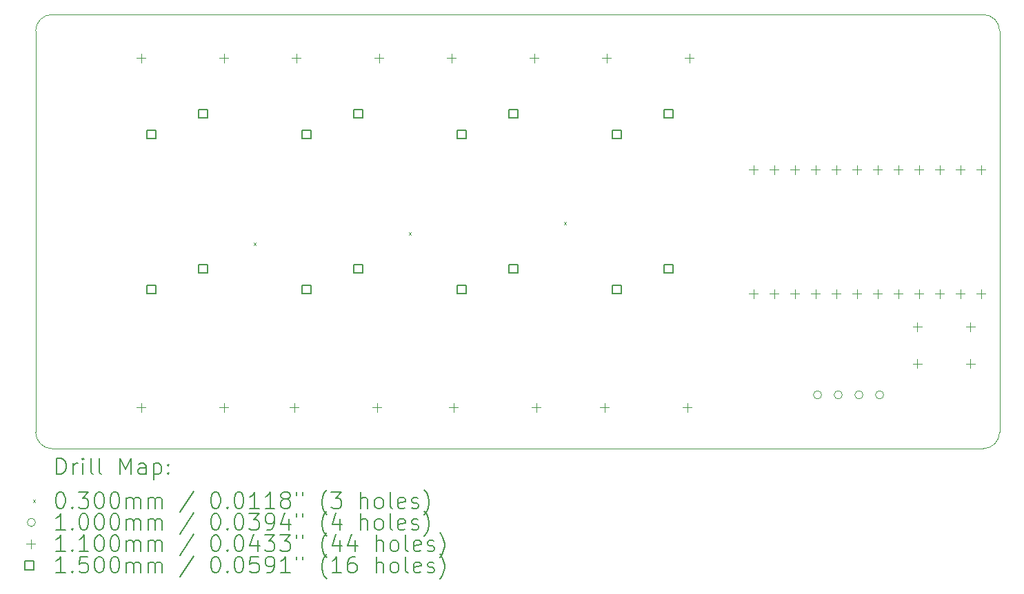
<source format=gbr>
%TF.GenerationSoftware,KiCad,Pcbnew,8.0.5*%
%TF.CreationDate,2024-10-03T21:29:44+02:00*%
%TF.ProjectId,knowabunga-macro,6b6e6f77-6162-4756-9e67-612d6d616372,rev?*%
%TF.SameCoordinates,Original*%
%TF.FileFunction,Drillmap*%
%TF.FilePolarity,Positive*%
%FSLAX45Y45*%
G04 Gerber Fmt 4.5, Leading zero omitted, Abs format (unit mm)*
G04 Created by KiCad (PCBNEW 8.0.5) date 2024-10-03 21:29:44*
%MOMM*%
%LPD*%
G01*
G04 APERTURE LIST*
%ADD10C,0.050000*%
%ADD11C,0.200000*%
%ADD12C,0.100000*%
%ADD13C,0.110000*%
%ADD14C,0.150000*%
G04 APERTURE END LIST*
D10*
X6197600Y-4292600D02*
X17627600Y-4292600D01*
X5994400Y-9423400D02*
X5994400Y-4495800D01*
X17627600Y-9626600D02*
X6197600Y-9626600D01*
X17830800Y-4495800D02*
X17830800Y-9423400D01*
X17627600Y-4292600D02*
G75*
G02*
X17830800Y-4495800I0J-203200D01*
G01*
X17830800Y-9423400D02*
G75*
G02*
X17627600Y-9626600I-203200J0D01*
G01*
X6197600Y-9626600D02*
G75*
G02*
X5994400Y-9423400I0J203200D01*
G01*
X5994400Y-4495800D02*
G75*
G02*
X6197600Y-4292600I203200J0D01*
G01*
D11*
D12*
X8671800Y-7097000D02*
X8701800Y-7127000D01*
X8701800Y-7097000D02*
X8671800Y-7127000D01*
X10576800Y-6970000D02*
X10606800Y-7000000D01*
X10606800Y-6970000D02*
X10576800Y-7000000D01*
X12481800Y-6843000D02*
X12511800Y-6873000D01*
X12511800Y-6843000D02*
X12481800Y-6873000D01*
X15645600Y-8966200D02*
G75*
G02*
X15545600Y-8966200I-50000J0D01*
G01*
X15545600Y-8966200D02*
G75*
G02*
X15645600Y-8966200I50000J0D01*
G01*
X15899600Y-8966200D02*
G75*
G02*
X15799600Y-8966200I-50000J0D01*
G01*
X15799600Y-8966200D02*
G75*
G02*
X15899600Y-8966200I50000J0D01*
G01*
X16153600Y-8966200D02*
G75*
G02*
X16053600Y-8966200I-50000J0D01*
G01*
X16053600Y-8966200D02*
G75*
G02*
X16153600Y-8966200I50000J0D01*
G01*
X16407600Y-8966200D02*
G75*
G02*
X16307600Y-8966200I-50000J0D01*
G01*
X16307600Y-8966200D02*
G75*
G02*
X16407600Y-8966200I50000J0D01*
G01*
D13*
X7289800Y-4771000D02*
X7289800Y-4881000D01*
X7234800Y-4826000D02*
X7344800Y-4826000D01*
X7289800Y-9063600D02*
X7289800Y-9173600D01*
X7234800Y-9118600D02*
X7344800Y-9118600D01*
X8305800Y-4771000D02*
X8305800Y-4881000D01*
X8250800Y-4826000D02*
X8360800Y-4826000D01*
X8305800Y-9063600D02*
X8305800Y-9173600D01*
X8250800Y-9118600D02*
X8360800Y-9118600D01*
X9169400Y-9063600D02*
X9169400Y-9173600D01*
X9114400Y-9118600D02*
X9224400Y-9118600D01*
X9194800Y-4771000D02*
X9194800Y-4881000D01*
X9139800Y-4826000D02*
X9249800Y-4826000D01*
X10185400Y-9063600D02*
X10185400Y-9173600D01*
X10130400Y-9118600D02*
X10240400Y-9118600D01*
X10210800Y-4771000D02*
X10210800Y-4881000D01*
X10155800Y-4826000D02*
X10265800Y-4826000D01*
X11099800Y-4771000D02*
X11099800Y-4881000D01*
X11044800Y-4826000D02*
X11154800Y-4826000D01*
X11125200Y-9063600D02*
X11125200Y-9173600D01*
X11070200Y-9118600D02*
X11180200Y-9118600D01*
X12115800Y-4771000D02*
X12115800Y-4881000D01*
X12060800Y-4826000D02*
X12170800Y-4826000D01*
X12141200Y-9063600D02*
X12141200Y-9173600D01*
X12086200Y-9118600D02*
X12196200Y-9118600D01*
X12979400Y-9063600D02*
X12979400Y-9173600D01*
X12924400Y-9118600D02*
X13034400Y-9118600D01*
X13004800Y-4771000D02*
X13004800Y-4881000D01*
X12949800Y-4826000D02*
X13059800Y-4826000D01*
X13995400Y-9063600D02*
X13995400Y-9173600D01*
X13940400Y-9118600D02*
X14050400Y-9118600D01*
X14020800Y-4771000D02*
X14020800Y-4881000D01*
X13965800Y-4826000D02*
X14075800Y-4826000D01*
X14808200Y-6142600D02*
X14808200Y-6252600D01*
X14753200Y-6197600D02*
X14863200Y-6197600D01*
X14808200Y-7666600D02*
X14808200Y-7776600D01*
X14753200Y-7721600D02*
X14863200Y-7721600D01*
X15062200Y-6142600D02*
X15062200Y-6252600D01*
X15007200Y-6197600D02*
X15117200Y-6197600D01*
X15062200Y-7666600D02*
X15062200Y-7776600D01*
X15007200Y-7721600D02*
X15117200Y-7721600D01*
X15316200Y-6142600D02*
X15316200Y-6252600D01*
X15261200Y-6197600D02*
X15371200Y-6197600D01*
X15316200Y-7666600D02*
X15316200Y-7776600D01*
X15261200Y-7721600D02*
X15371200Y-7721600D01*
X15570200Y-6142600D02*
X15570200Y-6252600D01*
X15515200Y-6197600D02*
X15625200Y-6197600D01*
X15570200Y-7666600D02*
X15570200Y-7776600D01*
X15515200Y-7721600D02*
X15625200Y-7721600D01*
X15824200Y-6142600D02*
X15824200Y-6252600D01*
X15769200Y-6197600D02*
X15879200Y-6197600D01*
X15824200Y-7666600D02*
X15824200Y-7776600D01*
X15769200Y-7721600D02*
X15879200Y-7721600D01*
X16078200Y-6142600D02*
X16078200Y-6252600D01*
X16023200Y-6197600D02*
X16133200Y-6197600D01*
X16078200Y-7666600D02*
X16078200Y-7776600D01*
X16023200Y-7721600D02*
X16133200Y-7721600D01*
X16332200Y-6142600D02*
X16332200Y-6252600D01*
X16277200Y-6197600D02*
X16387200Y-6197600D01*
X16332200Y-7666600D02*
X16332200Y-7776600D01*
X16277200Y-7721600D02*
X16387200Y-7721600D01*
X16586200Y-6142600D02*
X16586200Y-6252600D01*
X16531200Y-6197600D02*
X16641200Y-6197600D01*
X16586200Y-7666600D02*
X16586200Y-7776600D01*
X16531200Y-7721600D02*
X16641200Y-7721600D01*
X16820000Y-8076600D02*
X16820000Y-8186600D01*
X16765000Y-8131600D02*
X16875000Y-8131600D01*
X16820000Y-8526600D02*
X16820000Y-8636600D01*
X16765000Y-8581600D02*
X16875000Y-8581600D01*
X16840200Y-6142600D02*
X16840200Y-6252600D01*
X16785200Y-6197600D02*
X16895200Y-6197600D01*
X16840200Y-7666600D02*
X16840200Y-7776600D01*
X16785200Y-7721600D02*
X16895200Y-7721600D01*
X17094200Y-6142600D02*
X17094200Y-6252600D01*
X17039200Y-6197600D02*
X17149200Y-6197600D01*
X17094200Y-7666600D02*
X17094200Y-7776600D01*
X17039200Y-7721600D02*
X17149200Y-7721600D01*
X17348200Y-6142600D02*
X17348200Y-6252600D01*
X17293200Y-6197600D02*
X17403200Y-6197600D01*
X17348200Y-7666600D02*
X17348200Y-7776600D01*
X17293200Y-7721600D02*
X17403200Y-7721600D01*
X17470000Y-8076600D02*
X17470000Y-8186600D01*
X17415000Y-8131600D02*
X17525000Y-8131600D01*
X17470000Y-8526600D02*
X17470000Y-8636600D01*
X17415000Y-8581600D02*
X17525000Y-8581600D01*
X17602200Y-6142600D02*
X17602200Y-6252600D01*
X17547200Y-6197600D02*
X17657200Y-6197600D01*
X17602200Y-7666600D02*
X17602200Y-7776600D01*
X17547200Y-7721600D02*
X17657200Y-7721600D01*
D14*
X7469833Y-5818833D02*
X7469833Y-5712766D01*
X7363766Y-5712766D01*
X7363766Y-5818833D01*
X7469833Y-5818833D01*
X7469833Y-7723833D02*
X7469833Y-7617766D01*
X7363766Y-7617766D01*
X7363766Y-7723833D01*
X7469833Y-7723833D01*
X8104833Y-5564834D02*
X8104833Y-5458767D01*
X7998766Y-5458767D01*
X7998766Y-5564834D01*
X8104833Y-5564834D01*
X8104833Y-7469833D02*
X8104833Y-7363766D01*
X7998766Y-7363766D01*
X7998766Y-7469833D01*
X8104833Y-7469833D01*
X9374834Y-5818833D02*
X9374834Y-5712766D01*
X9268767Y-5712766D01*
X9268767Y-5818833D01*
X9374834Y-5818833D01*
X9374834Y-7723833D02*
X9374834Y-7617766D01*
X9268767Y-7617766D01*
X9268767Y-7723833D01*
X9374834Y-7723833D01*
X10009834Y-5564834D02*
X10009834Y-5458767D01*
X9903767Y-5458767D01*
X9903767Y-5564834D01*
X10009834Y-5564834D01*
X10009834Y-7469833D02*
X10009834Y-7363766D01*
X9903767Y-7363766D01*
X9903767Y-7469833D01*
X10009834Y-7469833D01*
X11279833Y-5818833D02*
X11279833Y-5712766D01*
X11173767Y-5712766D01*
X11173767Y-5818833D01*
X11279833Y-5818833D01*
X11279833Y-7723833D02*
X11279833Y-7617766D01*
X11173767Y-7617766D01*
X11173767Y-7723833D01*
X11279833Y-7723833D01*
X11914833Y-5564834D02*
X11914833Y-5458767D01*
X11808766Y-5458767D01*
X11808766Y-5564834D01*
X11914833Y-5564834D01*
X11914833Y-7469833D02*
X11914833Y-7363766D01*
X11808766Y-7363766D01*
X11808766Y-7469833D01*
X11914833Y-7469833D01*
X13184833Y-5818833D02*
X13184833Y-5712766D01*
X13078766Y-5712766D01*
X13078766Y-5818833D01*
X13184833Y-5818833D01*
X13184833Y-7723833D02*
X13184833Y-7617766D01*
X13078766Y-7617766D01*
X13078766Y-7723833D01*
X13184833Y-7723833D01*
X13819833Y-5564834D02*
X13819833Y-5458767D01*
X13713766Y-5458767D01*
X13713766Y-5564834D01*
X13819833Y-5564834D01*
X13819833Y-7469833D02*
X13819833Y-7363766D01*
X13713766Y-7363766D01*
X13713766Y-7469833D01*
X13819833Y-7469833D01*
D11*
X6252677Y-9940584D02*
X6252677Y-9740584D01*
X6252677Y-9740584D02*
X6300296Y-9740584D01*
X6300296Y-9740584D02*
X6328867Y-9750108D01*
X6328867Y-9750108D02*
X6347915Y-9769155D01*
X6347915Y-9769155D02*
X6357439Y-9788203D01*
X6357439Y-9788203D02*
X6366962Y-9826298D01*
X6366962Y-9826298D02*
X6366962Y-9854870D01*
X6366962Y-9854870D02*
X6357439Y-9892965D01*
X6357439Y-9892965D02*
X6347915Y-9912012D01*
X6347915Y-9912012D02*
X6328867Y-9931060D01*
X6328867Y-9931060D02*
X6300296Y-9940584D01*
X6300296Y-9940584D02*
X6252677Y-9940584D01*
X6452677Y-9940584D02*
X6452677Y-9807250D01*
X6452677Y-9845346D02*
X6462201Y-9826298D01*
X6462201Y-9826298D02*
X6471724Y-9816774D01*
X6471724Y-9816774D02*
X6490772Y-9807250D01*
X6490772Y-9807250D02*
X6509820Y-9807250D01*
X6576486Y-9940584D02*
X6576486Y-9807250D01*
X6576486Y-9740584D02*
X6566962Y-9750108D01*
X6566962Y-9750108D02*
X6576486Y-9759631D01*
X6576486Y-9759631D02*
X6586010Y-9750108D01*
X6586010Y-9750108D02*
X6576486Y-9740584D01*
X6576486Y-9740584D02*
X6576486Y-9759631D01*
X6700296Y-9940584D02*
X6681248Y-9931060D01*
X6681248Y-9931060D02*
X6671724Y-9912012D01*
X6671724Y-9912012D02*
X6671724Y-9740584D01*
X6805058Y-9940584D02*
X6786010Y-9931060D01*
X6786010Y-9931060D02*
X6776486Y-9912012D01*
X6776486Y-9912012D02*
X6776486Y-9740584D01*
X7033629Y-9940584D02*
X7033629Y-9740584D01*
X7033629Y-9740584D02*
X7100296Y-9883441D01*
X7100296Y-9883441D02*
X7166962Y-9740584D01*
X7166962Y-9740584D02*
X7166962Y-9940584D01*
X7347915Y-9940584D02*
X7347915Y-9835822D01*
X7347915Y-9835822D02*
X7338391Y-9816774D01*
X7338391Y-9816774D02*
X7319343Y-9807250D01*
X7319343Y-9807250D02*
X7281248Y-9807250D01*
X7281248Y-9807250D02*
X7262201Y-9816774D01*
X7347915Y-9931060D02*
X7328867Y-9940584D01*
X7328867Y-9940584D02*
X7281248Y-9940584D01*
X7281248Y-9940584D02*
X7262201Y-9931060D01*
X7262201Y-9931060D02*
X7252677Y-9912012D01*
X7252677Y-9912012D02*
X7252677Y-9892965D01*
X7252677Y-9892965D02*
X7262201Y-9873917D01*
X7262201Y-9873917D02*
X7281248Y-9864393D01*
X7281248Y-9864393D02*
X7328867Y-9864393D01*
X7328867Y-9864393D02*
X7347915Y-9854870D01*
X7443153Y-9807250D02*
X7443153Y-10007250D01*
X7443153Y-9816774D02*
X7462201Y-9807250D01*
X7462201Y-9807250D02*
X7500296Y-9807250D01*
X7500296Y-9807250D02*
X7519343Y-9816774D01*
X7519343Y-9816774D02*
X7528867Y-9826298D01*
X7528867Y-9826298D02*
X7538391Y-9845346D01*
X7538391Y-9845346D02*
X7538391Y-9902489D01*
X7538391Y-9902489D02*
X7528867Y-9921536D01*
X7528867Y-9921536D02*
X7519343Y-9931060D01*
X7519343Y-9931060D02*
X7500296Y-9940584D01*
X7500296Y-9940584D02*
X7462201Y-9940584D01*
X7462201Y-9940584D02*
X7443153Y-9931060D01*
X7624105Y-9921536D02*
X7633629Y-9931060D01*
X7633629Y-9931060D02*
X7624105Y-9940584D01*
X7624105Y-9940584D02*
X7614582Y-9931060D01*
X7614582Y-9931060D02*
X7624105Y-9921536D01*
X7624105Y-9921536D02*
X7624105Y-9940584D01*
X7624105Y-9816774D02*
X7633629Y-9826298D01*
X7633629Y-9826298D02*
X7624105Y-9835822D01*
X7624105Y-9835822D02*
X7614582Y-9826298D01*
X7614582Y-9826298D02*
X7624105Y-9816774D01*
X7624105Y-9816774D02*
X7624105Y-9835822D01*
D12*
X5961900Y-10254100D02*
X5991900Y-10284100D01*
X5991900Y-10254100D02*
X5961900Y-10284100D01*
D11*
X6290772Y-10160584D02*
X6309820Y-10160584D01*
X6309820Y-10160584D02*
X6328867Y-10170108D01*
X6328867Y-10170108D02*
X6338391Y-10179631D01*
X6338391Y-10179631D02*
X6347915Y-10198679D01*
X6347915Y-10198679D02*
X6357439Y-10236774D01*
X6357439Y-10236774D02*
X6357439Y-10284393D01*
X6357439Y-10284393D02*
X6347915Y-10322489D01*
X6347915Y-10322489D02*
X6338391Y-10341536D01*
X6338391Y-10341536D02*
X6328867Y-10351060D01*
X6328867Y-10351060D02*
X6309820Y-10360584D01*
X6309820Y-10360584D02*
X6290772Y-10360584D01*
X6290772Y-10360584D02*
X6271724Y-10351060D01*
X6271724Y-10351060D02*
X6262201Y-10341536D01*
X6262201Y-10341536D02*
X6252677Y-10322489D01*
X6252677Y-10322489D02*
X6243153Y-10284393D01*
X6243153Y-10284393D02*
X6243153Y-10236774D01*
X6243153Y-10236774D02*
X6252677Y-10198679D01*
X6252677Y-10198679D02*
X6262201Y-10179631D01*
X6262201Y-10179631D02*
X6271724Y-10170108D01*
X6271724Y-10170108D02*
X6290772Y-10160584D01*
X6443153Y-10341536D02*
X6452677Y-10351060D01*
X6452677Y-10351060D02*
X6443153Y-10360584D01*
X6443153Y-10360584D02*
X6433629Y-10351060D01*
X6433629Y-10351060D02*
X6443153Y-10341536D01*
X6443153Y-10341536D02*
X6443153Y-10360584D01*
X6519343Y-10160584D02*
X6643153Y-10160584D01*
X6643153Y-10160584D02*
X6576486Y-10236774D01*
X6576486Y-10236774D02*
X6605058Y-10236774D01*
X6605058Y-10236774D02*
X6624105Y-10246298D01*
X6624105Y-10246298D02*
X6633629Y-10255822D01*
X6633629Y-10255822D02*
X6643153Y-10274870D01*
X6643153Y-10274870D02*
X6643153Y-10322489D01*
X6643153Y-10322489D02*
X6633629Y-10341536D01*
X6633629Y-10341536D02*
X6624105Y-10351060D01*
X6624105Y-10351060D02*
X6605058Y-10360584D01*
X6605058Y-10360584D02*
X6547915Y-10360584D01*
X6547915Y-10360584D02*
X6528867Y-10351060D01*
X6528867Y-10351060D02*
X6519343Y-10341536D01*
X6766962Y-10160584D02*
X6786010Y-10160584D01*
X6786010Y-10160584D02*
X6805058Y-10170108D01*
X6805058Y-10170108D02*
X6814582Y-10179631D01*
X6814582Y-10179631D02*
X6824105Y-10198679D01*
X6824105Y-10198679D02*
X6833629Y-10236774D01*
X6833629Y-10236774D02*
X6833629Y-10284393D01*
X6833629Y-10284393D02*
X6824105Y-10322489D01*
X6824105Y-10322489D02*
X6814582Y-10341536D01*
X6814582Y-10341536D02*
X6805058Y-10351060D01*
X6805058Y-10351060D02*
X6786010Y-10360584D01*
X6786010Y-10360584D02*
X6766962Y-10360584D01*
X6766962Y-10360584D02*
X6747915Y-10351060D01*
X6747915Y-10351060D02*
X6738391Y-10341536D01*
X6738391Y-10341536D02*
X6728867Y-10322489D01*
X6728867Y-10322489D02*
X6719343Y-10284393D01*
X6719343Y-10284393D02*
X6719343Y-10236774D01*
X6719343Y-10236774D02*
X6728867Y-10198679D01*
X6728867Y-10198679D02*
X6738391Y-10179631D01*
X6738391Y-10179631D02*
X6747915Y-10170108D01*
X6747915Y-10170108D02*
X6766962Y-10160584D01*
X6957439Y-10160584D02*
X6976486Y-10160584D01*
X6976486Y-10160584D02*
X6995534Y-10170108D01*
X6995534Y-10170108D02*
X7005058Y-10179631D01*
X7005058Y-10179631D02*
X7014582Y-10198679D01*
X7014582Y-10198679D02*
X7024105Y-10236774D01*
X7024105Y-10236774D02*
X7024105Y-10284393D01*
X7024105Y-10284393D02*
X7014582Y-10322489D01*
X7014582Y-10322489D02*
X7005058Y-10341536D01*
X7005058Y-10341536D02*
X6995534Y-10351060D01*
X6995534Y-10351060D02*
X6976486Y-10360584D01*
X6976486Y-10360584D02*
X6957439Y-10360584D01*
X6957439Y-10360584D02*
X6938391Y-10351060D01*
X6938391Y-10351060D02*
X6928867Y-10341536D01*
X6928867Y-10341536D02*
X6919343Y-10322489D01*
X6919343Y-10322489D02*
X6909820Y-10284393D01*
X6909820Y-10284393D02*
X6909820Y-10236774D01*
X6909820Y-10236774D02*
X6919343Y-10198679D01*
X6919343Y-10198679D02*
X6928867Y-10179631D01*
X6928867Y-10179631D02*
X6938391Y-10170108D01*
X6938391Y-10170108D02*
X6957439Y-10160584D01*
X7109820Y-10360584D02*
X7109820Y-10227250D01*
X7109820Y-10246298D02*
X7119343Y-10236774D01*
X7119343Y-10236774D02*
X7138391Y-10227250D01*
X7138391Y-10227250D02*
X7166963Y-10227250D01*
X7166963Y-10227250D02*
X7186010Y-10236774D01*
X7186010Y-10236774D02*
X7195534Y-10255822D01*
X7195534Y-10255822D02*
X7195534Y-10360584D01*
X7195534Y-10255822D02*
X7205058Y-10236774D01*
X7205058Y-10236774D02*
X7224105Y-10227250D01*
X7224105Y-10227250D02*
X7252677Y-10227250D01*
X7252677Y-10227250D02*
X7271724Y-10236774D01*
X7271724Y-10236774D02*
X7281248Y-10255822D01*
X7281248Y-10255822D02*
X7281248Y-10360584D01*
X7376486Y-10360584D02*
X7376486Y-10227250D01*
X7376486Y-10246298D02*
X7386010Y-10236774D01*
X7386010Y-10236774D02*
X7405058Y-10227250D01*
X7405058Y-10227250D02*
X7433629Y-10227250D01*
X7433629Y-10227250D02*
X7452677Y-10236774D01*
X7452677Y-10236774D02*
X7462201Y-10255822D01*
X7462201Y-10255822D02*
X7462201Y-10360584D01*
X7462201Y-10255822D02*
X7471724Y-10236774D01*
X7471724Y-10236774D02*
X7490772Y-10227250D01*
X7490772Y-10227250D02*
X7519343Y-10227250D01*
X7519343Y-10227250D02*
X7538391Y-10236774D01*
X7538391Y-10236774D02*
X7547915Y-10255822D01*
X7547915Y-10255822D02*
X7547915Y-10360584D01*
X7938391Y-10151060D02*
X7766963Y-10408203D01*
X8195534Y-10160584D02*
X8214582Y-10160584D01*
X8214582Y-10160584D02*
X8233629Y-10170108D01*
X8233629Y-10170108D02*
X8243153Y-10179631D01*
X8243153Y-10179631D02*
X8252677Y-10198679D01*
X8252677Y-10198679D02*
X8262201Y-10236774D01*
X8262201Y-10236774D02*
X8262201Y-10284393D01*
X8262201Y-10284393D02*
X8252677Y-10322489D01*
X8252677Y-10322489D02*
X8243153Y-10341536D01*
X8243153Y-10341536D02*
X8233629Y-10351060D01*
X8233629Y-10351060D02*
X8214582Y-10360584D01*
X8214582Y-10360584D02*
X8195534Y-10360584D01*
X8195534Y-10360584D02*
X8176486Y-10351060D01*
X8176486Y-10351060D02*
X8166963Y-10341536D01*
X8166963Y-10341536D02*
X8157439Y-10322489D01*
X8157439Y-10322489D02*
X8147915Y-10284393D01*
X8147915Y-10284393D02*
X8147915Y-10236774D01*
X8147915Y-10236774D02*
X8157439Y-10198679D01*
X8157439Y-10198679D02*
X8166963Y-10179631D01*
X8166963Y-10179631D02*
X8176486Y-10170108D01*
X8176486Y-10170108D02*
X8195534Y-10160584D01*
X8347915Y-10341536D02*
X8357439Y-10351060D01*
X8357439Y-10351060D02*
X8347915Y-10360584D01*
X8347915Y-10360584D02*
X8338391Y-10351060D01*
X8338391Y-10351060D02*
X8347915Y-10341536D01*
X8347915Y-10341536D02*
X8347915Y-10360584D01*
X8481248Y-10160584D02*
X8500296Y-10160584D01*
X8500296Y-10160584D02*
X8519344Y-10170108D01*
X8519344Y-10170108D02*
X8528868Y-10179631D01*
X8528868Y-10179631D02*
X8538391Y-10198679D01*
X8538391Y-10198679D02*
X8547915Y-10236774D01*
X8547915Y-10236774D02*
X8547915Y-10284393D01*
X8547915Y-10284393D02*
X8538391Y-10322489D01*
X8538391Y-10322489D02*
X8528868Y-10341536D01*
X8528868Y-10341536D02*
X8519344Y-10351060D01*
X8519344Y-10351060D02*
X8500296Y-10360584D01*
X8500296Y-10360584D02*
X8481248Y-10360584D01*
X8481248Y-10360584D02*
X8462201Y-10351060D01*
X8462201Y-10351060D02*
X8452677Y-10341536D01*
X8452677Y-10341536D02*
X8443153Y-10322489D01*
X8443153Y-10322489D02*
X8433629Y-10284393D01*
X8433629Y-10284393D02*
X8433629Y-10236774D01*
X8433629Y-10236774D02*
X8443153Y-10198679D01*
X8443153Y-10198679D02*
X8452677Y-10179631D01*
X8452677Y-10179631D02*
X8462201Y-10170108D01*
X8462201Y-10170108D02*
X8481248Y-10160584D01*
X8738391Y-10360584D02*
X8624106Y-10360584D01*
X8681248Y-10360584D02*
X8681248Y-10160584D01*
X8681248Y-10160584D02*
X8662201Y-10189155D01*
X8662201Y-10189155D02*
X8643153Y-10208203D01*
X8643153Y-10208203D02*
X8624106Y-10217727D01*
X8928868Y-10360584D02*
X8814582Y-10360584D01*
X8871725Y-10360584D02*
X8871725Y-10160584D01*
X8871725Y-10160584D02*
X8852677Y-10189155D01*
X8852677Y-10189155D02*
X8833629Y-10208203D01*
X8833629Y-10208203D02*
X8814582Y-10217727D01*
X9043153Y-10246298D02*
X9024106Y-10236774D01*
X9024106Y-10236774D02*
X9014582Y-10227250D01*
X9014582Y-10227250D02*
X9005058Y-10208203D01*
X9005058Y-10208203D02*
X9005058Y-10198679D01*
X9005058Y-10198679D02*
X9014582Y-10179631D01*
X9014582Y-10179631D02*
X9024106Y-10170108D01*
X9024106Y-10170108D02*
X9043153Y-10160584D01*
X9043153Y-10160584D02*
X9081249Y-10160584D01*
X9081249Y-10160584D02*
X9100296Y-10170108D01*
X9100296Y-10170108D02*
X9109820Y-10179631D01*
X9109820Y-10179631D02*
X9119344Y-10198679D01*
X9119344Y-10198679D02*
X9119344Y-10208203D01*
X9119344Y-10208203D02*
X9109820Y-10227250D01*
X9109820Y-10227250D02*
X9100296Y-10236774D01*
X9100296Y-10236774D02*
X9081249Y-10246298D01*
X9081249Y-10246298D02*
X9043153Y-10246298D01*
X9043153Y-10246298D02*
X9024106Y-10255822D01*
X9024106Y-10255822D02*
X9014582Y-10265346D01*
X9014582Y-10265346D02*
X9005058Y-10284393D01*
X9005058Y-10284393D02*
X9005058Y-10322489D01*
X9005058Y-10322489D02*
X9014582Y-10341536D01*
X9014582Y-10341536D02*
X9024106Y-10351060D01*
X9024106Y-10351060D02*
X9043153Y-10360584D01*
X9043153Y-10360584D02*
X9081249Y-10360584D01*
X9081249Y-10360584D02*
X9100296Y-10351060D01*
X9100296Y-10351060D02*
X9109820Y-10341536D01*
X9109820Y-10341536D02*
X9119344Y-10322489D01*
X9119344Y-10322489D02*
X9119344Y-10284393D01*
X9119344Y-10284393D02*
X9109820Y-10265346D01*
X9109820Y-10265346D02*
X9100296Y-10255822D01*
X9100296Y-10255822D02*
X9081249Y-10246298D01*
X9195534Y-10160584D02*
X9195534Y-10198679D01*
X9271725Y-10160584D02*
X9271725Y-10198679D01*
X9566963Y-10436774D02*
X9557439Y-10427250D01*
X9557439Y-10427250D02*
X9538391Y-10398679D01*
X9538391Y-10398679D02*
X9528868Y-10379631D01*
X9528868Y-10379631D02*
X9519344Y-10351060D01*
X9519344Y-10351060D02*
X9509820Y-10303441D01*
X9509820Y-10303441D02*
X9509820Y-10265346D01*
X9509820Y-10265346D02*
X9519344Y-10217727D01*
X9519344Y-10217727D02*
X9528868Y-10189155D01*
X9528868Y-10189155D02*
X9538391Y-10170108D01*
X9538391Y-10170108D02*
X9557439Y-10141536D01*
X9557439Y-10141536D02*
X9566963Y-10132012D01*
X9624106Y-10160584D02*
X9747915Y-10160584D01*
X9747915Y-10160584D02*
X9681249Y-10236774D01*
X9681249Y-10236774D02*
X9709820Y-10236774D01*
X9709820Y-10236774D02*
X9728868Y-10246298D01*
X9728868Y-10246298D02*
X9738391Y-10255822D01*
X9738391Y-10255822D02*
X9747915Y-10274870D01*
X9747915Y-10274870D02*
X9747915Y-10322489D01*
X9747915Y-10322489D02*
X9738391Y-10341536D01*
X9738391Y-10341536D02*
X9728868Y-10351060D01*
X9728868Y-10351060D02*
X9709820Y-10360584D01*
X9709820Y-10360584D02*
X9652677Y-10360584D01*
X9652677Y-10360584D02*
X9633630Y-10351060D01*
X9633630Y-10351060D02*
X9624106Y-10341536D01*
X9986011Y-10360584D02*
X9986011Y-10160584D01*
X10071725Y-10360584D02*
X10071725Y-10255822D01*
X10071725Y-10255822D02*
X10062201Y-10236774D01*
X10062201Y-10236774D02*
X10043153Y-10227250D01*
X10043153Y-10227250D02*
X10014582Y-10227250D01*
X10014582Y-10227250D02*
X9995534Y-10236774D01*
X9995534Y-10236774D02*
X9986011Y-10246298D01*
X10195534Y-10360584D02*
X10176487Y-10351060D01*
X10176487Y-10351060D02*
X10166963Y-10341536D01*
X10166963Y-10341536D02*
X10157439Y-10322489D01*
X10157439Y-10322489D02*
X10157439Y-10265346D01*
X10157439Y-10265346D02*
X10166963Y-10246298D01*
X10166963Y-10246298D02*
X10176487Y-10236774D01*
X10176487Y-10236774D02*
X10195534Y-10227250D01*
X10195534Y-10227250D02*
X10224106Y-10227250D01*
X10224106Y-10227250D02*
X10243153Y-10236774D01*
X10243153Y-10236774D02*
X10252677Y-10246298D01*
X10252677Y-10246298D02*
X10262201Y-10265346D01*
X10262201Y-10265346D02*
X10262201Y-10322489D01*
X10262201Y-10322489D02*
X10252677Y-10341536D01*
X10252677Y-10341536D02*
X10243153Y-10351060D01*
X10243153Y-10351060D02*
X10224106Y-10360584D01*
X10224106Y-10360584D02*
X10195534Y-10360584D01*
X10376487Y-10360584D02*
X10357439Y-10351060D01*
X10357439Y-10351060D02*
X10347915Y-10332012D01*
X10347915Y-10332012D02*
X10347915Y-10160584D01*
X10528868Y-10351060D02*
X10509820Y-10360584D01*
X10509820Y-10360584D02*
X10471725Y-10360584D01*
X10471725Y-10360584D02*
X10452677Y-10351060D01*
X10452677Y-10351060D02*
X10443153Y-10332012D01*
X10443153Y-10332012D02*
X10443153Y-10255822D01*
X10443153Y-10255822D02*
X10452677Y-10236774D01*
X10452677Y-10236774D02*
X10471725Y-10227250D01*
X10471725Y-10227250D02*
X10509820Y-10227250D01*
X10509820Y-10227250D02*
X10528868Y-10236774D01*
X10528868Y-10236774D02*
X10538392Y-10255822D01*
X10538392Y-10255822D02*
X10538392Y-10274870D01*
X10538392Y-10274870D02*
X10443153Y-10293917D01*
X10614582Y-10351060D02*
X10633630Y-10360584D01*
X10633630Y-10360584D02*
X10671725Y-10360584D01*
X10671725Y-10360584D02*
X10690773Y-10351060D01*
X10690773Y-10351060D02*
X10700296Y-10332012D01*
X10700296Y-10332012D02*
X10700296Y-10322489D01*
X10700296Y-10322489D02*
X10690773Y-10303441D01*
X10690773Y-10303441D02*
X10671725Y-10293917D01*
X10671725Y-10293917D02*
X10643153Y-10293917D01*
X10643153Y-10293917D02*
X10624106Y-10284393D01*
X10624106Y-10284393D02*
X10614582Y-10265346D01*
X10614582Y-10265346D02*
X10614582Y-10255822D01*
X10614582Y-10255822D02*
X10624106Y-10236774D01*
X10624106Y-10236774D02*
X10643153Y-10227250D01*
X10643153Y-10227250D02*
X10671725Y-10227250D01*
X10671725Y-10227250D02*
X10690773Y-10236774D01*
X10766963Y-10436774D02*
X10776487Y-10427250D01*
X10776487Y-10427250D02*
X10795534Y-10398679D01*
X10795534Y-10398679D02*
X10805058Y-10379631D01*
X10805058Y-10379631D02*
X10814582Y-10351060D01*
X10814582Y-10351060D02*
X10824106Y-10303441D01*
X10824106Y-10303441D02*
X10824106Y-10265346D01*
X10824106Y-10265346D02*
X10814582Y-10217727D01*
X10814582Y-10217727D02*
X10805058Y-10189155D01*
X10805058Y-10189155D02*
X10795534Y-10170108D01*
X10795534Y-10170108D02*
X10776487Y-10141536D01*
X10776487Y-10141536D02*
X10766963Y-10132012D01*
D12*
X5991900Y-10533100D02*
G75*
G02*
X5891900Y-10533100I-50000J0D01*
G01*
X5891900Y-10533100D02*
G75*
G02*
X5991900Y-10533100I50000J0D01*
G01*
D11*
X6357439Y-10624584D02*
X6243153Y-10624584D01*
X6300296Y-10624584D02*
X6300296Y-10424584D01*
X6300296Y-10424584D02*
X6281248Y-10453155D01*
X6281248Y-10453155D02*
X6262201Y-10472203D01*
X6262201Y-10472203D02*
X6243153Y-10481727D01*
X6443153Y-10605536D02*
X6452677Y-10615060D01*
X6452677Y-10615060D02*
X6443153Y-10624584D01*
X6443153Y-10624584D02*
X6433629Y-10615060D01*
X6433629Y-10615060D02*
X6443153Y-10605536D01*
X6443153Y-10605536D02*
X6443153Y-10624584D01*
X6576486Y-10424584D02*
X6595534Y-10424584D01*
X6595534Y-10424584D02*
X6614582Y-10434108D01*
X6614582Y-10434108D02*
X6624105Y-10443631D01*
X6624105Y-10443631D02*
X6633629Y-10462679D01*
X6633629Y-10462679D02*
X6643153Y-10500774D01*
X6643153Y-10500774D02*
X6643153Y-10548393D01*
X6643153Y-10548393D02*
X6633629Y-10586489D01*
X6633629Y-10586489D02*
X6624105Y-10605536D01*
X6624105Y-10605536D02*
X6614582Y-10615060D01*
X6614582Y-10615060D02*
X6595534Y-10624584D01*
X6595534Y-10624584D02*
X6576486Y-10624584D01*
X6576486Y-10624584D02*
X6557439Y-10615060D01*
X6557439Y-10615060D02*
X6547915Y-10605536D01*
X6547915Y-10605536D02*
X6538391Y-10586489D01*
X6538391Y-10586489D02*
X6528867Y-10548393D01*
X6528867Y-10548393D02*
X6528867Y-10500774D01*
X6528867Y-10500774D02*
X6538391Y-10462679D01*
X6538391Y-10462679D02*
X6547915Y-10443631D01*
X6547915Y-10443631D02*
X6557439Y-10434108D01*
X6557439Y-10434108D02*
X6576486Y-10424584D01*
X6766962Y-10424584D02*
X6786010Y-10424584D01*
X6786010Y-10424584D02*
X6805058Y-10434108D01*
X6805058Y-10434108D02*
X6814582Y-10443631D01*
X6814582Y-10443631D02*
X6824105Y-10462679D01*
X6824105Y-10462679D02*
X6833629Y-10500774D01*
X6833629Y-10500774D02*
X6833629Y-10548393D01*
X6833629Y-10548393D02*
X6824105Y-10586489D01*
X6824105Y-10586489D02*
X6814582Y-10605536D01*
X6814582Y-10605536D02*
X6805058Y-10615060D01*
X6805058Y-10615060D02*
X6786010Y-10624584D01*
X6786010Y-10624584D02*
X6766962Y-10624584D01*
X6766962Y-10624584D02*
X6747915Y-10615060D01*
X6747915Y-10615060D02*
X6738391Y-10605536D01*
X6738391Y-10605536D02*
X6728867Y-10586489D01*
X6728867Y-10586489D02*
X6719343Y-10548393D01*
X6719343Y-10548393D02*
X6719343Y-10500774D01*
X6719343Y-10500774D02*
X6728867Y-10462679D01*
X6728867Y-10462679D02*
X6738391Y-10443631D01*
X6738391Y-10443631D02*
X6747915Y-10434108D01*
X6747915Y-10434108D02*
X6766962Y-10424584D01*
X6957439Y-10424584D02*
X6976486Y-10424584D01*
X6976486Y-10424584D02*
X6995534Y-10434108D01*
X6995534Y-10434108D02*
X7005058Y-10443631D01*
X7005058Y-10443631D02*
X7014582Y-10462679D01*
X7014582Y-10462679D02*
X7024105Y-10500774D01*
X7024105Y-10500774D02*
X7024105Y-10548393D01*
X7024105Y-10548393D02*
X7014582Y-10586489D01*
X7014582Y-10586489D02*
X7005058Y-10605536D01*
X7005058Y-10605536D02*
X6995534Y-10615060D01*
X6995534Y-10615060D02*
X6976486Y-10624584D01*
X6976486Y-10624584D02*
X6957439Y-10624584D01*
X6957439Y-10624584D02*
X6938391Y-10615060D01*
X6938391Y-10615060D02*
X6928867Y-10605536D01*
X6928867Y-10605536D02*
X6919343Y-10586489D01*
X6919343Y-10586489D02*
X6909820Y-10548393D01*
X6909820Y-10548393D02*
X6909820Y-10500774D01*
X6909820Y-10500774D02*
X6919343Y-10462679D01*
X6919343Y-10462679D02*
X6928867Y-10443631D01*
X6928867Y-10443631D02*
X6938391Y-10434108D01*
X6938391Y-10434108D02*
X6957439Y-10424584D01*
X7109820Y-10624584D02*
X7109820Y-10491250D01*
X7109820Y-10510298D02*
X7119343Y-10500774D01*
X7119343Y-10500774D02*
X7138391Y-10491250D01*
X7138391Y-10491250D02*
X7166963Y-10491250D01*
X7166963Y-10491250D02*
X7186010Y-10500774D01*
X7186010Y-10500774D02*
X7195534Y-10519822D01*
X7195534Y-10519822D02*
X7195534Y-10624584D01*
X7195534Y-10519822D02*
X7205058Y-10500774D01*
X7205058Y-10500774D02*
X7224105Y-10491250D01*
X7224105Y-10491250D02*
X7252677Y-10491250D01*
X7252677Y-10491250D02*
X7271724Y-10500774D01*
X7271724Y-10500774D02*
X7281248Y-10519822D01*
X7281248Y-10519822D02*
X7281248Y-10624584D01*
X7376486Y-10624584D02*
X7376486Y-10491250D01*
X7376486Y-10510298D02*
X7386010Y-10500774D01*
X7386010Y-10500774D02*
X7405058Y-10491250D01*
X7405058Y-10491250D02*
X7433629Y-10491250D01*
X7433629Y-10491250D02*
X7452677Y-10500774D01*
X7452677Y-10500774D02*
X7462201Y-10519822D01*
X7462201Y-10519822D02*
X7462201Y-10624584D01*
X7462201Y-10519822D02*
X7471724Y-10500774D01*
X7471724Y-10500774D02*
X7490772Y-10491250D01*
X7490772Y-10491250D02*
X7519343Y-10491250D01*
X7519343Y-10491250D02*
X7538391Y-10500774D01*
X7538391Y-10500774D02*
X7547915Y-10519822D01*
X7547915Y-10519822D02*
X7547915Y-10624584D01*
X7938391Y-10415060D02*
X7766963Y-10672203D01*
X8195534Y-10424584D02*
X8214582Y-10424584D01*
X8214582Y-10424584D02*
X8233629Y-10434108D01*
X8233629Y-10434108D02*
X8243153Y-10443631D01*
X8243153Y-10443631D02*
X8252677Y-10462679D01*
X8252677Y-10462679D02*
X8262201Y-10500774D01*
X8262201Y-10500774D02*
X8262201Y-10548393D01*
X8262201Y-10548393D02*
X8252677Y-10586489D01*
X8252677Y-10586489D02*
X8243153Y-10605536D01*
X8243153Y-10605536D02*
X8233629Y-10615060D01*
X8233629Y-10615060D02*
X8214582Y-10624584D01*
X8214582Y-10624584D02*
X8195534Y-10624584D01*
X8195534Y-10624584D02*
X8176486Y-10615060D01*
X8176486Y-10615060D02*
X8166963Y-10605536D01*
X8166963Y-10605536D02*
X8157439Y-10586489D01*
X8157439Y-10586489D02*
X8147915Y-10548393D01*
X8147915Y-10548393D02*
X8147915Y-10500774D01*
X8147915Y-10500774D02*
X8157439Y-10462679D01*
X8157439Y-10462679D02*
X8166963Y-10443631D01*
X8166963Y-10443631D02*
X8176486Y-10434108D01*
X8176486Y-10434108D02*
X8195534Y-10424584D01*
X8347915Y-10605536D02*
X8357439Y-10615060D01*
X8357439Y-10615060D02*
X8347915Y-10624584D01*
X8347915Y-10624584D02*
X8338391Y-10615060D01*
X8338391Y-10615060D02*
X8347915Y-10605536D01*
X8347915Y-10605536D02*
X8347915Y-10624584D01*
X8481248Y-10424584D02*
X8500296Y-10424584D01*
X8500296Y-10424584D02*
X8519344Y-10434108D01*
X8519344Y-10434108D02*
X8528868Y-10443631D01*
X8528868Y-10443631D02*
X8538391Y-10462679D01*
X8538391Y-10462679D02*
X8547915Y-10500774D01*
X8547915Y-10500774D02*
X8547915Y-10548393D01*
X8547915Y-10548393D02*
X8538391Y-10586489D01*
X8538391Y-10586489D02*
X8528868Y-10605536D01*
X8528868Y-10605536D02*
X8519344Y-10615060D01*
X8519344Y-10615060D02*
X8500296Y-10624584D01*
X8500296Y-10624584D02*
X8481248Y-10624584D01*
X8481248Y-10624584D02*
X8462201Y-10615060D01*
X8462201Y-10615060D02*
X8452677Y-10605536D01*
X8452677Y-10605536D02*
X8443153Y-10586489D01*
X8443153Y-10586489D02*
X8433629Y-10548393D01*
X8433629Y-10548393D02*
X8433629Y-10500774D01*
X8433629Y-10500774D02*
X8443153Y-10462679D01*
X8443153Y-10462679D02*
X8452677Y-10443631D01*
X8452677Y-10443631D02*
X8462201Y-10434108D01*
X8462201Y-10434108D02*
X8481248Y-10424584D01*
X8614582Y-10424584D02*
X8738391Y-10424584D01*
X8738391Y-10424584D02*
X8671725Y-10500774D01*
X8671725Y-10500774D02*
X8700296Y-10500774D01*
X8700296Y-10500774D02*
X8719344Y-10510298D01*
X8719344Y-10510298D02*
X8728868Y-10519822D01*
X8728868Y-10519822D02*
X8738391Y-10538870D01*
X8738391Y-10538870D02*
X8738391Y-10586489D01*
X8738391Y-10586489D02*
X8728868Y-10605536D01*
X8728868Y-10605536D02*
X8719344Y-10615060D01*
X8719344Y-10615060D02*
X8700296Y-10624584D01*
X8700296Y-10624584D02*
X8643153Y-10624584D01*
X8643153Y-10624584D02*
X8624106Y-10615060D01*
X8624106Y-10615060D02*
X8614582Y-10605536D01*
X8833629Y-10624584D02*
X8871725Y-10624584D01*
X8871725Y-10624584D02*
X8890772Y-10615060D01*
X8890772Y-10615060D02*
X8900296Y-10605536D01*
X8900296Y-10605536D02*
X8919344Y-10576965D01*
X8919344Y-10576965D02*
X8928868Y-10538870D01*
X8928868Y-10538870D02*
X8928868Y-10462679D01*
X8928868Y-10462679D02*
X8919344Y-10443631D01*
X8919344Y-10443631D02*
X8909820Y-10434108D01*
X8909820Y-10434108D02*
X8890772Y-10424584D01*
X8890772Y-10424584D02*
X8852677Y-10424584D01*
X8852677Y-10424584D02*
X8833629Y-10434108D01*
X8833629Y-10434108D02*
X8824106Y-10443631D01*
X8824106Y-10443631D02*
X8814582Y-10462679D01*
X8814582Y-10462679D02*
X8814582Y-10510298D01*
X8814582Y-10510298D02*
X8824106Y-10529346D01*
X8824106Y-10529346D02*
X8833629Y-10538870D01*
X8833629Y-10538870D02*
X8852677Y-10548393D01*
X8852677Y-10548393D02*
X8890772Y-10548393D01*
X8890772Y-10548393D02*
X8909820Y-10538870D01*
X8909820Y-10538870D02*
X8919344Y-10529346D01*
X8919344Y-10529346D02*
X8928868Y-10510298D01*
X9100296Y-10491250D02*
X9100296Y-10624584D01*
X9052677Y-10415060D02*
X9005058Y-10557917D01*
X9005058Y-10557917D02*
X9128868Y-10557917D01*
X9195534Y-10424584D02*
X9195534Y-10462679D01*
X9271725Y-10424584D02*
X9271725Y-10462679D01*
X9566963Y-10700774D02*
X9557439Y-10691250D01*
X9557439Y-10691250D02*
X9538391Y-10662679D01*
X9538391Y-10662679D02*
X9528868Y-10643631D01*
X9528868Y-10643631D02*
X9519344Y-10615060D01*
X9519344Y-10615060D02*
X9509820Y-10567441D01*
X9509820Y-10567441D02*
X9509820Y-10529346D01*
X9509820Y-10529346D02*
X9519344Y-10481727D01*
X9519344Y-10481727D02*
X9528868Y-10453155D01*
X9528868Y-10453155D02*
X9538391Y-10434108D01*
X9538391Y-10434108D02*
X9557439Y-10405536D01*
X9557439Y-10405536D02*
X9566963Y-10396012D01*
X9728868Y-10491250D02*
X9728868Y-10624584D01*
X9681249Y-10415060D02*
X9633630Y-10557917D01*
X9633630Y-10557917D02*
X9757439Y-10557917D01*
X9986011Y-10624584D02*
X9986011Y-10424584D01*
X10071725Y-10624584D02*
X10071725Y-10519822D01*
X10071725Y-10519822D02*
X10062201Y-10500774D01*
X10062201Y-10500774D02*
X10043153Y-10491250D01*
X10043153Y-10491250D02*
X10014582Y-10491250D01*
X10014582Y-10491250D02*
X9995534Y-10500774D01*
X9995534Y-10500774D02*
X9986011Y-10510298D01*
X10195534Y-10624584D02*
X10176487Y-10615060D01*
X10176487Y-10615060D02*
X10166963Y-10605536D01*
X10166963Y-10605536D02*
X10157439Y-10586489D01*
X10157439Y-10586489D02*
X10157439Y-10529346D01*
X10157439Y-10529346D02*
X10166963Y-10510298D01*
X10166963Y-10510298D02*
X10176487Y-10500774D01*
X10176487Y-10500774D02*
X10195534Y-10491250D01*
X10195534Y-10491250D02*
X10224106Y-10491250D01*
X10224106Y-10491250D02*
X10243153Y-10500774D01*
X10243153Y-10500774D02*
X10252677Y-10510298D01*
X10252677Y-10510298D02*
X10262201Y-10529346D01*
X10262201Y-10529346D02*
X10262201Y-10586489D01*
X10262201Y-10586489D02*
X10252677Y-10605536D01*
X10252677Y-10605536D02*
X10243153Y-10615060D01*
X10243153Y-10615060D02*
X10224106Y-10624584D01*
X10224106Y-10624584D02*
X10195534Y-10624584D01*
X10376487Y-10624584D02*
X10357439Y-10615060D01*
X10357439Y-10615060D02*
X10347915Y-10596012D01*
X10347915Y-10596012D02*
X10347915Y-10424584D01*
X10528868Y-10615060D02*
X10509820Y-10624584D01*
X10509820Y-10624584D02*
X10471725Y-10624584D01*
X10471725Y-10624584D02*
X10452677Y-10615060D01*
X10452677Y-10615060D02*
X10443153Y-10596012D01*
X10443153Y-10596012D02*
X10443153Y-10519822D01*
X10443153Y-10519822D02*
X10452677Y-10500774D01*
X10452677Y-10500774D02*
X10471725Y-10491250D01*
X10471725Y-10491250D02*
X10509820Y-10491250D01*
X10509820Y-10491250D02*
X10528868Y-10500774D01*
X10528868Y-10500774D02*
X10538392Y-10519822D01*
X10538392Y-10519822D02*
X10538392Y-10538870D01*
X10538392Y-10538870D02*
X10443153Y-10557917D01*
X10614582Y-10615060D02*
X10633630Y-10624584D01*
X10633630Y-10624584D02*
X10671725Y-10624584D01*
X10671725Y-10624584D02*
X10690773Y-10615060D01*
X10690773Y-10615060D02*
X10700296Y-10596012D01*
X10700296Y-10596012D02*
X10700296Y-10586489D01*
X10700296Y-10586489D02*
X10690773Y-10567441D01*
X10690773Y-10567441D02*
X10671725Y-10557917D01*
X10671725Y-10557917D02*
X10643153Y-10557917D01*
X10643153Y-10557917D02*
X10624106Y-10548393D01*
X10624106Y-10548393D02*
X10614582Y-10529346D01*
X10614582Y-10529346D02*
X10614582Y-10519822D01*
X10614582Y-10519822D02*
X10624106Y-10500774D01*
X10624106Y-10500774D02*
X10643153Y-10491250D01*
X10643153Y-10491250D02*
X10671725Y-10491250D01*
X10671725Y-10491250D02*
X10690773Y-10500774D01*
X10766963Y-10700774D02*
X10776487Y-10691250D01*
X10776487Y-10691250D02*
X10795534Y-10662679D01*
X10795534Y-10662679D02*
X10805058Y-10643631D01*
X10805058Y-10643631D02*
X10814582Y-10615060D01*
X10814582Y-10615060D02*
X10824106Y-10567441D01*
X10824106Y-10567441D02*
X10824106Y-10529346D01*
X10824106Y-10529346D02*
X10814582Y-10481727D01*
X10814582Y-10481727D02*
X10805058Y-10453155D01*
X10805058Y-10453155D02*
X10795534Y-10434108D01*
X10795534Y-10434108D02*
X10776487Y-10405536D01*
X10776487Y-10405536D02*
X10766963Y-10396012D01*
D13*
X5936900Y-10742100D02*
X5936900Y-10852100D01*
X5881900Y-10797100D02*
X5991900Y-10797100D01*
D11*
X6357439Y-10888584D02*
X6243153Y-10888584D01*
X6300296Y-10888584D02*
X6300296Y-10688584D01*
X6300296Y-10688584D02*
X6281248Y-10717155D01*
X6281248Y-10717155D02*
X6262201Y-10736203D01*
X6262201Y-10736203D02*
X6243153Y-10745727D01*
X6443153Y-10869536D02*
X6452677Y-10879060D01*
X6452677Y-10879060D02*
X6443153Y-10888584D01*
X6443153Y-10888584D02*
X6433629Y-10879060D01*
X6433629Y-10879060D02*
X6443153Y-10869536D01*
X6443153Y-10869536D02*
X6443153Y-10888584D01*
X6643153Y-10888584D02*
X6528867Y-10888584D01*
X6586010Y-10888584D02*
X6586010Y-10688584D01*
X6586010Y-10688584D02*
X6566962Y-10717155D01*
X6566962Y-10717155D02*
X6547915Y-10736203D01*
X6547915Y-10736203D02*
X6528867Y-10745727D01*
X6766962Y-10688584D02*
X6786010Y-10688584D01*
X6786010Y-10688584D02*
X6805058Y-10698108D01*
X6805058Y-10698108D02*
X6814582Y-10707631D01*
X6814582Y-10707631D02*
X6824105Y-10726679D01*
X6824105Y-10726679D02*
X6833629Y-10764774D01*
X6833629Y-10764774D02*
X6833629Y-10812393D01*
X6833629Y-10812393D02*
X6824105Y-10850489D01*
X6824105Y-10850489D02*
X6814582Y-10869536D01*
X6814582Y-10869536D02*
X6805058Y-10879060D01*
X6805058Y-10879060D02*
X6786010Y-10888584D01*
X6786010Y-10888584D02*
X6766962Y-10888584D01*
X6766962Y-10888584D02*
X6747915Y-10879060D01*
X6747915Y-10879060D02*
X6738391Y-10869536D01*
X6738391Y-10869536D02*
X6728867Y-10850489D01*
X6728867Y-10850489D02*
X6719343Y-10812393D01*
X6719343Y-10812393D02*
X6719343Y-10764774D01*
X6719343Y-10764774D02*
X6728867Y-10726679D01*
X6728867Y-10726679D02*
X6738391Y-10707631D01*
X6738391Y-10707631D02*
X6747915Y-10698108D01*
X6747915Y-10698108D02*
X6766962Y-10688584D01*
X6957439Y-10688584D02*
X6976486Y-10688584D01*
X6976486Y-10688584D02*
X6995534Y-10698108D01*
X6995534Y-10698108D02*
X7005058Y-10707631D01*
X7005058Y-10707631D02*
X7014582Y-10726679D01*
X7014582Y-10726679D02*
X7024105Y-10764774D01*
X7024105Y-10764774D02*
X7024105Y-10812393D01*
X7024105Y-10812393D02*
X7014582Y-10850489D01*
X7014582Y-10850489D02*
X7005058Y-10869536D01*
X7005058Y-10869536D02*
X6995534Y-10879060D01*
X6995534Y-10879060D02*
X6976486Y-10888584D01*
X6976486Y-10888584D02*
X6957439Y-10888584D01*
X6957439Y-10888584D02*
X6938391Y-10879060D01*
X6938391Y-10879060D02*
X6928867Y-10869536D01*
X6928867Y-10869536D02*
X6919343Y-10850489D01*
X6919343Y-10850489D02*
X6909820Y-10812393D01*
X6909820Y-10812393D02*
X6909820Y-10764774D01*
X6909820Y-10764774D02*
X6919343Y-10726679D01*
X6919343Y-10726679D02*
X6928867Y-10707631D01*
X6928867Y-10707631D02*
X6938391Y-10698108D01*
X6938391Y-10698108D02*
X6957439Y-10688584D01*
X7109820Y-10888584D02*
X7109820Y-10755250D01*
X7109820Y-10774298D02*
X7119343Y-10764774D01*
X7119343Y-10764774D02*
X7138391Y-10755250D01*
X7138391Y-10755250D02*
X7166963Y-10755250D01*
X7166963Y-10755250D02*
X7186010Y-10764774D01*
X7186010Y-10764774D02*
X7195534Y-10783822D01*
X7195534Y-10783822D02*
X7195534Y-10888584D01*
X7195534Y-10783822D02*
X7205058Y-10764774D01*
X7205058Y-10764774D02*
X7224105Y-10755250D01*
X7224105Y-10755250D02*
X7252677Y-10755250D01*
X7252677Y-10755250D02*
X7271724Y-10764774D01*
X7271724Y-10764774D02*
X7281248Y-10783822D01*
X7281248Y-10783822D02*
X7281248Y-10888584D01*
X7376486Y-10888584D02*
X7376486Y-10755250D01*
X7376486Y-10774298D02*
X7386010Y-10764774D01*
X7386010Y-10764774D02*
X7405058Y-10755250D01*
X7405058Y-10755250D02*
X7433629Y-10755250D01*
X7433629Y-10755250D02*
X7452677Y-10764774D01*
X7452677Y-10764774D02*
X7462201Y-10783822D01*
X7462201Y-10783822D02*
X7462201Y-10888584D01*
X7462201Y-10783822D02*
X7471724Y-10764774D01*
X7471724Y-10764774D02*
X7490772Y-10755250D01*
X7490772Y-10755250D02*
X7519343Y-10755250D01*
X7519343Y-10755250D02*
X7538391Y-10764774D01*
X7538391Y-10764774D02*
X7547915Y-10783822D01*
X7547915Y-10783822D02*
X7547915Y-10888584D01*
X7938391Y-10679060D02*
X7766963Y-10936203D01*
X8195534Y-10688584D02*
X8214582Y-10688584D01*
X8214582Y-10688584D02*
X8233629Y-10698108D01*
X8233629Y-10698108D02*
X8243153Y-10707631D01*
X8243153Y-10707631D02*
X8252677Y-10726679D01*
X8252677Y-10726679D02*
X8262201Y-10764774D01*
X8262201Y-10764774D02*
X8262201Y-10812393D01*
X8262201Y-10812393D02*
X8252677Y-10850489D01*
X8252677Y-10850489D02*
X8243153Y-10869536D01*
X8243153Y-10869536D02*
X8233629Y-10879060D01*
X8233629Y-10879060D02*
X8214582Y-10888584D01*
X8214582Y-10888584D02*
X8195534Y-10888584D01*
X8195534Y-10888584D02*
X8176486Y-10879060D01*
X8176486Y-10879060D02*
X8166963Y-10869536D01*
X8166963Y-10869536D02*
X8157439Y-10850489D01*
X8157439Y-10850489D02*
X8147915Y-10812393D01*
X8147915Y-10812393D02*
X8147915Y-10764774D01*
X8147915Y-10764774D02*
X8157439Y-10726679D01*
X8157439Y-10726679D02*
X8166963Y-10707631D01*
X8166963Y-10707631D02*
X8176486Y-10698108D01*
X8176486Y-10698108D02*
X8195534Y-10688584D01*
X8347915Y-10869536D02*
X8357439Y-10879060D01*
X8357439Y-10879060D02*
X8347915Y-10888584D01*
X8347915Y-10888584D02*
X8338391Y-10879060D01*
X8338391Y-10879060D02*
X8347915Y-10869536D01*
X8347915Y-10869536D02*
X8347915Y-10888584D01*
X8481248Y-10688584D02*
X8500296Y-10688584D01*
X8500296Y-10688584D02*
X8519344Y-10698108D01*
X8519344Y-10698108D02*
X8528868Y-10707631D01*
X8528868Y-10707631D02*
X8538391Y-10726679D01*
X8538391Y-10726679D02*
X8547915Y-10764774D01*
X8547915Y-10764774D02*
X8547915Y-10812393D01*
X8547915Y-10812393D02*
X8538391Y-10850489D01*
X8538391Y-10850489D02*
X8528868Y-10869536D01*
X8528868Y-10869536D02*
X8519344Y-10879060D01*
X8519344Y-10879060D02*
X8500296Y-10888584D01*
X8500296Y-10888584D02*
X8481248Y-10888584D01*
X8481248Y-10888584D02*
X8462201Y-10879060D01*
X8462201Y-10879060D02*
X8452677Y-10869536D01*
X8452677Y-10869536D02*
X8443153Y-10850489D01*
X8443153Y-10850489D02*
X8433629Y-10812393D01*
X8433629Y-10812393D02*
X8433629Y-10764774D01*
X8433629Y-10764774D02*
X8443153Y-10726679D01*
X8443153Y-10726679D02*
X8452677Y-10707631D01*
X8452677Y-10707631D02*
X8462201Y-10698108D01*
X8462201Y-10698108D02*
X8481248Y-10688584D01*
X8719344Y-10755250D02*
X8719344Y-10888584D01*
X8671725Y-10679060D02*
X8624106Y-10821917D01*
X8624106Y-10821917D02*
X8747915Y-10821917D01*
X8805058Y-10688584D02*
X8928868Y-10688584D01*
X8928868Y-10688584D02*
X8862201Y-10764774D01*
X8862201Y-10764774D02*
X8890772Y-10764774D01*
X8890772Y-10764774D02*
X8909820Y-10774298D01*
X8909820Y-10774298D02*
X8919344Y-10783822D01*
X8919344Y-10783822D02*
X8928868Y-10802870D01*
X8928868Y-10802870D02*
X8928868Y-10850489D01*
X8928868Y-10850489D02*
X8919344Y-10869536D01*
X8919344Y-10869536D02*
X8909820Y-10879060D01*
X8909820Y-10879060D02*
X8890772Y-10888584D01*
X8890772Y-10888584D02*
X8833629Y-10888584D01*
X8833629Y-10888584D02*
X8814582Y-10879060D01*
X8814582Y-10879060D02*
X8805058Y-10869536D01*
X8995534Y-10688584D02*
X9119344Y-10688584D01*
X9119344Y-10688584D02*
X9052677Y-10764774D01*
X9052677Y-10764774D02*
X9081249Y-10764774D01*
X9081249Y-10764774D02*
X9100296Y-10774298D01*
X9100296Y-10774298D02*
X9109820Y-10783822D01*
X9109820Y-10783822D02*
X9119344Y-10802870D01*
X9119344Y-10802870D02*
X9119344Y-10850489D01*
X9119344Y-10850489D02*
X9109820Y-10869536D01*
X9109820Y-10869536D02*
X9100296Y-10879060D01*
X9100296Y-10879060D02*
X9081249Y-10888584D01*
X9081249Y-10888584D02*
X9024106Y-10888584D01*
X9024106Y-10888584D02*
X9005058Y-10879060D01*
X9005058Y-10879060D02*
X8995534Y-10869536D01*
X9195534Y-10688584D02*
X9195534Y-10726679D01*
X9271725Y-10688584D02*
X9271725Y-10726679D01*
X9566963Y-10964774D02*
X9557439Y-10955250D01*
X9557439Y-10955250D02*
X9538391Y-10926679D01*
X9538391Y-10926679D02*
X9528868Y-10907631D01*
X9528868Y-10907631D02*
X9519344Y-10879060D01*
X9519344Y-10879060D02*
X9509820Y-10831441D01*
X9509820Y-10831441D02*
X9509820Y-10793346D01*
X9509820Y-10793346D02*
X9519344Y-10745727D01*
X9519344Y-10745727D02*
X9528868Y-10717155D01*
X9528868Y-10717155D02*
X9538391Y-10698108D01*
X9538391Y-10698108D02*
X9557439Y-10669536D01*
X9557439Y-10669536D02*
X9566963Y-10660012D01*
X9728868Y-10755250D02*
X9728868Y-10888584D01*
X9681249Y-10679060D02*
X9633630Y-10821917D01*
X9633630Y-10821917D02*
X9757439Y-10821917D01*
X9919344Y-10755250D02*
X9919344Y-10888584D01*
X9871725Y-10679060D02*
X9824106Y-10821917D01*
X9824106Y-10821917D02*
X9947915Y-10821917D01*
X10176487Y-10888584D02*
X10176487Y-10688584D01*
X10262201Y-10888584D02*
X10262201Y-10783822D01*
X10262201Y-10783822D02*
X10252677Y-10764774D01*
X10252677Y-10764774D02*
X10233630Y-10755250D01*
X10233630Y-10755250D02*
X10205058Y-10755250D01*
X10205058Y-10755250D02*
X10186011Y-10764774D01*
X10186011Y-10764774D02*
X10176487Y-10774298D01*
X10386011Y-10888584D02*
X10366963Y-10879060D01*
X10366963Y-10879060D02*
X10357439Y-10869536D01*
X10357439Y-10869536D02*
X10347915Y-10850489D01*
X10347915Y-10850489D02*
X10347915Y-10793346D01*
X10347915Y-10793346D02*
X10357439Y-10774298D01*
X10357439Y-10774298D02*
X10366963Y-10764774D01*
X10366963Y-10764774D02*
X10386011Y-10755250D01*
X10386011Y-10755250D02*
X10414582Y-10755250D01*
X10414582Y-10755250D02*
X10433630Y-10764774D01*
X10433630Y-10764774D02*
X10443153Y-10774298D01*
X10443153Y-10774298D02*
X10452677Y-10793346D01*
X10452677Y-10793346D02*
X10452677Y-10850489D01*
X10452677Y-10850489D02*
X10443153Y-10869536D01*
X10443153Y-10869536D02*
X10433630Y-10879060D01*
X10433630Y-10879060D02*
X10414582Y-10888584D01*
X10414582Y-10888584D02*
X10386011Y-10888584D01*
X10566963Y-10888584D02*
X10547915Y-10879060D01*
X10547915Y-10879060D02*
X10538392Y-10860012D01*
X10538392Y-10860012D02*
X10538392Y-10688584D01*
X10719344Y-10879060D02*
X10700296Y-10888584D01*
X10700296Y-10888584D02*
X10662201Y-10888584D01*
X10662201Y-10888584D02*
X10643153Y-10879060D01*
X10643153Y-10879060D02*
X10633630Y-10860012D01*
X10633630Y-10860012D02*
X10633630Y-10783822D01*
X10633630Y-10783822D02*
X10643153Y-10764774D01*
X10643153Y-10764774D02*
X10662201Y-10755250D01*
X10662201Y-10755250D02*
X10700296Y-10755250D01*
X10700296Y-10755250D02*
X10719344Y-10764774D01*
X10719344Y-10764774D02*
X10728868Y-10783822D01*
X10728868Y-10783822D02*
X10728868Y-10802870D01*
X10728868Y-10802870D02*
X10633630Y-10821917D01*
X10805058Y-10879060D02*
X10824106Y-10888584D01*
X10824106Y-10888584D02*
X10862201Y-10888584D01*
X10862201Y-10888584D02*
X10881249Y-10879060D01*
X10881249Y-10879060D02*
X10890773Y-10860012D01*
X10890773Y-10860012D02*
X10890773Y-10850489D01*
X10890773Y-10850489D02*
X10881249Y-10831441D01*
X10881249Y-10831441D02*
X10862201Y-10821917D01*
X10862201Y-10821917D02*
X10833630Y-10821917D01*
X10833630Y-10821917D02*
X10814582Y-10812393D01*
X10814582Y-10812393D02*
X10805058Y-10793346D01*
X10805058Y-10793346D02*
X10805058Y-10783822D01*
X10805058Y-10783822D02*
X10814582Y-10764774D01*
X10814582Y-10764774D02*
X10833630Y-10755250D01*
X10833630Y-10755250D02*
X10862201Y-10755250D01*
X10862201Y-10755250D02*
X10881249Y-10764774D01*
X10957439Y-10964774D02*
X10966963Y-10955250D01*
X10966963Y-10955250D02*
X10986011Y-10926679D01*
X10986011Y-10926679D02*
X10995534Y-10907631D01*
X10995534Y-10907631D02*
X11005058Y-10879060D01*
X11005058Y-10879060D02*
X11014582Y-10831441D01*
X11014582Y-10831441D02*
X11014582Y-10793346D01*
X11014582Y-10793346D02*
X11005058Y-10745727D01*
X11005058Y-10745727D02*
X10995534Y-10717155D01*
X10995534Y-10717155D02*
X10986011Y-10698108D01*
X10986011Y-10698108D02*
X10966963Y-10669536D01*
X10966963Y-10669536D02*
X10957439Y-10660012D01*
D14*
X5969933Y-11114134D02*
X5969933Y-11008067D01*
X5863866Y-11008067D01*
X5863866Y-11114134D01*
X5969933Y-11114134D01*
D11*
X6357439Y-11152584D02*
X6243153Y-11152584D01*
X6300296Y-11152584D02*
X6300296Y-10952584D01*
X6300296Y-10952584D02*
X6281248Y-10981155D01*
X6281248Y-10981155D02*
X6262201Y-11000203D01*
X6262201Y-11000203D02*
X6243153Y-11009727D01*
X6443153Y-11133536D02*
X6452677Y-11143060D01*
X6452677Y-11143060D02*
X6443153Y-11152584D01*
X6443153Y-11152584D02*
X6433629Y-11143060D01*
X6433629Y-11143060D02*
X6443153Y-11133536D01*
X6443153Y-11133536D02*
X6443153Y-11152584D01*
X6633629Y-10952584D02*
X6538391Y-10952584D01*
X6538391Y-10952584D02*
X6528867Y-11047822D01*
X6528867Y-11047822D02*
X6538391Y-11038298D01*
X6538391Y-11038298D02*
X6557439Y-11028774D01*
X6557439Y-11028774D02*
X6605058Y-11028774D01*
X6605058Y-11028774D02*
X6624105Y-11038298D01*
X6624105Y-11038298D02*
X6633629Y-11047822D01*
X6633629Y-11047822D02*
X6643153Y-11066870D01*
X6643153Y-11066870D02*
X6643153Y-11114489D01*
X6643153Y-11114489D02*
X6633629Y-11133536D01*
X6633629Y-11133536D02*
X6624105Y-11143060D01*
X6624105Y-11143060D02*
X6605058Y-11152584D01*
X6605058Y-11152584D02*
X6557439Y-11152584D01*
X6557439Y-11152584D02*
X6538391Y-11143060D01*
X6538391Y-11143060D02*
X6528867Y-11133536D01*
X6766962Y-10952584D02*
X6786010Y-10952584D01*
X6786010Y-10952584D02*
X6805058Y-10962108D01*
X6805058Y-10962108D02*
X6814582Y-10971631D01*
X6814582Y-10971631D02*
X6824105Y-10990679D01*
X6824105Y-10990679D02*
X6833629Y-11028774D01*
X6833629Y-11028774D02*
X6833629Y-11076393D01*
X6833629Y-11076393D02*
X6824105Y-11114489D01*
X6824105Y-11114489D02*
X6814582Y-11133536D01*
X6814582Y-11133536D02*
X6805058Y-11143060D01*
X6805058Y-11143060D02*
X6786010Y-11152584D01*
X6786010Y-11152584D02*
X6766962Y-11152584D01*
X6766962Y-11152584D02*
X6747915Y-11143060D01*
X6747915Y-11143060D02*
X6738391Y-11133536D01*
X6738391Y-11133536D02*
X6728867Y-11114489D01*
X6728867Y-11114489D02*
X6719343Y-11076393D01*
X6719343Y-11076393D02*
X6719343Y-11028774D01*
X6719343Y-11028774D02*
X6728867Y-10990679D01*
X6728867Y-10990679D02*
X6738391Y-10971631D01*
X6738391Y-10971631D02*
X6747915Y-10962108D01*
X6747915Y-10962108D02*
X6766962Y-10952584D01*
X6957439Y-10952584D02*
X6976486Y-10952584D01*
X6976486Y-10952584D02*
X6995534Y-10962108D01*
X6995534Y-10962108D02*
X7005058Y-10971631D01*
X7005058Y-10971631D02*
X7014582Y-10990679D01*
X7014582Y-10990679D02*
X7024105Y-11028774D01*
X7024105Y-11028774D02*
X7024105Y-11076393D01*
X7024105Y-11076393D02*
X7014582Y-11114489D01*
X7014582Y-11114489D02*
X7005058Y-11133536D01*
X7005058Y-11133536D02*
X6995534Y-11143060D01*
X6995534Y-11143060D02*
X6976486Y-11152584D01*
X6976486Y-11152584D02*
X6957439Y-11152584D01*
X6957439Y-11152584D02*
X6938391Y-11143060D01*
X6938391Y-11143060D02*
X6928867Y-11133536D01*
X6928867Y-11133536D02*
X6919343Y-11114489D01*
X6919343Y-11114489D02*
X6909820Y-11076393D01*
X6909820Y-11076393D02*
X6909820Y-11028774D01*
X6909820Y-11028774D02*
X6919343Y-10990679D01*
X6919343Y-10990679D02*
X6928867Y-10971631D01*
X6928867Y-10971631D02*
X6938391Y-10962108D01*
X6938391Y-10962108D02*
X6957439Y-10952584D01*
X7109820Y-11152584D02*
X7109820Y-11019250D01*
X7109820Y-11038298D02*
X7119343Y-11028774D01*
X7119343Y-11028774D02*
X7138391Y-11019250D01*
X7138391Y-11019250D02*
X7166963Y-11019250D01*
X7166963Y-11019250D02*
X7186010Y-11028774D01*
X7186010Y-11028774D02*
X7195534Y-11047822D01*
X7195534Y-11047822D02*
X7195534Y-11152584D01*
X7195534Y-11047822D02*
X7205058Y-11028774D01*
X7205058Y-11028774D02*
X7224105Y-11019250D01*
X7224105Y-11019250D02*
X7252677Y-11019250D01*
X7252677Y-11019250D02*
X7271724Y-11028774D01*
X7271724Y-11028774D02*
X7281248Y-11047822D01*
X7281248Y-11047822D02*
X7281248Y-11152584D01*
X7376486Y-11152584D02*
X7376486Y-11019250D01*
X7376486Y-11038298D02*
X7386010Y-11028774D01*
X7386010Y-11028774D02*
X7405058Y-11019250D01*
X7405058Y-11019250D02*
X7433629Y-11019250D01*
X7433629Y-11019250D02*
X7452677Y-11028774D01*
X7452677Y-11028774D02*
X7462201Y-11047822D01*
X7462201Y-11047822D02*
X7462201Y-11152584D01*
X7462201Y-11047822D02*
X7471724Y-11028774D01*
X7471724Y-11028774D02*
X7490772Y-11019250D01*
X7490772Y-11019250D02*
X7519343Y-11019250D01*
X7519343Y-11019250D02*
X7538391Y-11028774D01*
X7538391Y-11028774D02*
X7547915Y-11047822D01*
X7547915Y-11047822D02*
X7547915Y-11152584D01*
X7938391Y-10943060D02*
X7766963Y-11200203D01*
X8195534Y-10952584D02*
X8214582Y-10952584D01*
X8214582Y-10952584D02*
X8233629Y-10962108D01*
X8233629Y-10962108D02*
X8243153Y-10971631D01*
X8243153Y-10971631D02*
X8252677Y-10990679D01*
X8252677Y-10990679D02*
X8262201Y-11028774D01*
X8262201Y-11028774D02*
X8262201Y-11076393D01*
X8262201Y-11076393D02*
X8252677Y-11114489D01*
X8252677Y-11114489D02*
X8243153Y-11133536D01*
X8243153Y-11133536D02*
X8233629Y-11143060D01*
X8233629Y-11143060D02*
X8214582Y-11152584D01*
X8214582Y-11152584D02*
X8195534Y-11152584D01*
X8195534Y-11152584D02*
X8176486Y-11143060D01*
X8176486Y-11143060D02*
X8166963Y-11133536D01*
X8166963Y-11133536D02*
X8157439Y-11114489D01*
X8157439Y-11114489D02*
X8147915Y-11076393D01*
X8147915Y-11076393D02*
X8147915Y-11028774D01*
X8147915Y-11028774D02*
X8157439Y-10990679D01*
X8157439Y-10990679D02*
X8166963Y-10971631D01*
X8166963Y-10971631D02*
X8176486Y-10962108D01*
X8176486Y-10962108D02*
X8195534Y-10952584D01*
X8347915Y-11133536D02*
X8357439Y-11143060D01*
X8357439Y-11143060D02*
X8347915Y-11152584D01*
X8347915Y-11152584D02*
X8338391Y-11143060D01*
X8338391Y-11143060D02*
X8347915Y-11133536D01*
X8347915Y-11133536D02*
X8347915Y-11152584D01*
X8481248Y-10952584D02*
X8500296Y-10952584D01*
X8500296Y-10952584D02*
X8519344Y-10962108D01*
X8519344Y-10962108D02*
X8528868Y-10971631D01*
X8528868Y-10971631D02*
X8538391Y-10990679D01*
X8538391Y-10990679D02*
X8547915Y-11028774D01*
X8547915Y-11028774D02*
X8547915Y-11076393D01*
X8547915Y-11076393D02*
X8538391Y-11114489D01*
X8538391Y-11114489D02*
X8528868Y-11133536D01*
X8528868Y-11133536D02*
X8519344Y-11143060D01*
X8519344Y-11143060D02*
X8500296Y-11152584D01*
X8500296Y-11152584D02*
X8481248Y-11152584D01*
X8481248Y-11152584D02*
X8462201Y-11143060D01*
X8462201Y-11143060D02*
X8452677Y-11133536D01*
X8452677Y-11133536D02*
X8443153Y-11114489D01*
X8443153Y-11114489D02*
X8433629Y-11076393D01*
X8433629Y-11076393D02*
X8433629Y-11028774D01*
X8433629Y-11028774D02*
X8443153Y-10990679D01*
X8443153Y-10990679D02*
X8452677Y-10971631D01*
X8452677Y-10971631D02*
X8462201Y-10962108D01*
X8462201Y-10962108D02*
X8481248Y-10952584D01*
X8728868Y-10952584D02*
X8633629Y-10952584D01*
X8633629Y-10952584D02*
X8624106Y-11047822D01*
X8624106Y-11047822D02*
X8633629Y-11038298D01*
X8633629Y-11038298D02*
X8652677Y-11028774D01*
X8652677Y-11028774D02*
X8700296Y-11028774D01*
X8700296Y-11028774D02*
X8719344Y-11038298D01*
X8719344Y-11038298D02*
X8728868Y-11047822D01*
X8728868Y-11047822D02*
X8738391Y-11066870D01*
X8738391Y-11066870D02*
X8738391Y-11114489D01*
X8738391Y-11114489D02*
X8728868Y-11133536D01*
X8728868Y-11133536D02*
X8719344Y-11143060D01*
X8719344Y-11143060D02*
X8700296Y-11152584D01*
X8700296Y-11152584D02*
X8652677Y-11152584D01*
X8652677Y-11152584D02*
X8633629Y-11143060D01*
X8633629Y-11143060D02*
X8624106Y-11133536D01*
X8833629Y-11152584D02*
X8871725Y-11152584D01*
X8871725Y-11152584D02*
X8890772Y-11143060D01*
X8890772Y-11143060D02*
X8900296Y-11133536D01*
X8900296Y-11133536D02*
X8919344Y-11104965D01*
X8919344Y-11104965D02*
X8928868Y-11066870D01*
X8928868Y-11066870D02*
X8928868Y-10990679D01*
X8928868Y-10990679D02*
X8919344Y-10971631D01*
X8919344Y-10971631D02*
X8909820Y-10962108D01*
X8909820Y-10962108D02*
X8890772Y-10952584D01*
X8890772Y-10952584D02*
X8852677Y-10952584D01*
X8852677Y-10952584D02*
X8833629Y-10962108D01*
X8833629Y-10962108D02*
X8824106Y-10971631D01*
X8824106Y-10971631D02*
X8814582Y-10990679D01*
X8814582Y-10990679D02*
X8814582Y-11038298D01*
X8814582Y-11038298D02*
X8824106Y-11057346D01*
X8824106Y-11057346D02*
X8833629Y-11066870D01*
X8833629Y-11066870D02*
X8852677Y-11076393D01*
X8852677Y-11076393D02*
X8890772Y-11076393D01*
X8890772Y-11076393D02*
X8909820Y-11066870D01*
X8909820Y-11066870D02*
X8919344Y-11057346D01*
X8919344Y-11057346D02*
X8928868Y-11038298D01*
X9119344Y-11152584D02*
X9005058Y-11152584D01*
X9062201Y-11152584D02*
X9062201Y-10952584D01*
X9062201Y-10952584D02*
X9043153Y-10981155D01*
X9043153Y-10981155D02*
X9024106Y-11000203D01*
X9024106Y-11000203D02*
X9005058Y-11009727D01*
X9195534Y-10952584D02*
X9195534Y-10990679D01*
X9271725Y-10952584D02*
X9271725Y-10990679D01*
X9566963Y-11228774D02*
X9557439Y-11219250D01*
X9557439Y-11219250D02*
X9538391Y-11190679D01*
X9538391Y-11190679D02*
X9528868Y-11171631D01*
X9528868Y-11171631D02*
X9519344Y-11143060D01*
X9519344Y-11143060D02*
X9509820Y-11095441D01*
X9509820Y-11095441D02*
X9509820Y-11057346D01*
X9509820Y-11057346D02*
X9519344Y-11009727D01*
X9519344Y-11009727D02*
X9528868Y-10981155D01*
X9528868Y-10981155D02*
X9538391Y-10962108D01*
X9538391Y-10962108D02*
X9557439Y-10933536D01*
X9557439Y-10933536D02*
X9566963Y-10924012D01*
X9747915Y-11152584D02*
X9633630Y-11152584D01*
X9690772Y-11152584D02*
X9690772Y-10952584D01*
X9690772Y-10952584D02*
X9671725Y-10981155D01*
X9671725Y-10981155D02*
X9652677Y-11000203D01*
X9652677Y-11000203D02*
X9633630Y-11009727D01*
X9919344Y-10952584D02*
X9881249Y-10952584D01*
X9881249Y-10952584D02*
X9862201Y-10962108D01*
X9862201Y-10962108D02*
X9852677Y-10971631D01*
X9852677Y-10971631D02*
X9833630Y-11000203D01*
X9833630Y-11000203D02*
X9824106Y-11038298D01*
X9824106Y-11038298D02*
X9824106Y-11114489D01*
X9824106Y-11114489D02*
X9833630Y-11133536D01*
X9833630Y-11133536D02*
X9843153Y-11143060D01*
X9843153Y-11143060D02*
X9862201Y-11152584D01*
X9862201Y-11152584D02*
X9900296Y-11152584D01*
X9900296Y-11152584D02*
X9919344Y-11143060D01*
X9919344Y-11143060D02*
X9928868Y-11133536D01*
X9928868Y-11133536D02*
X9938391Y-11114489D01*
X9938391Y-11114489D02*
X9938391Y-11066870D01*
X9938391Y-11066870D02*
X9928868Y-11047822D01*
X9928868Y-11047822D02*
X9919344Y-11038298D01*
X9919344Y-11038298D02*
X9900296Y-11028774D01*
X9900296Y-11028774D02*
X9862201Y-11028774D01*
X9862201Y-11028774D02*
X9843153Y-11038298D01*
X9843153Y-11038298D02*
X9833630Y-11047822D01*
X9833630Y-11047822D02*
X9824106Y-11066870D01*
X10176487Y-11152584D02*
X10176487Y-10952584D01*
X10262201Y-11152584D02*
X10262201Y-11047822D01*
X10262201Y-11047822D02*
X10252677Y-11028774D01*
X10252677Y-11028774D02*
X10233630Y-11019250D01*
X10233630Y-11019250D02*
X10205058Y-11019250D01*
X10205058Y-11019250D02*
X10186011Y-11028774D01*
X10186011Y-11028774D02*
X10176487Y-11038298D01*
X10386011Y-11152584D02*
X10366963Y-11143060D01*
X10366963Y-11143060D02*
X10357439Y-11133536D01*
X10357439Y-11133536D02*
X10347915Y-11114489D01*
X10347915Y-11114489D02*
X10347915Y-11057346D01*
X10347915Y-11057346D02*
X10357439Y-11038298D01*
X10357439Y-11038298D02*
X10366963Y-11028774D01*
X10366963Y-11028774D02*
X10386011Y-11019250D01*
X10386011Y-11019250D02*
X10414582Y-11019250D01*
X10414582Y-11019250D02*
X10433630Y-11028774D01*
X10433630Y-11028774D02*
X10443153Y-11038298D01*
X10443153Y-11038298D02*
X10452677Y-11057346D01*
X10452677Y-11057346D02*
X10452677Y-11114489D01*
X10452677Y-11114489D02*
X10443153Y-11133536D01*
X10443153Y-11133536D02*
X10433630Y-11143060D01*
X10433630Y-11143060D02*
X10414582Y-11152584D01*
X10414582Y-11152584D02*
X10386011Y-11152584D01*
X10566963Y-11152584D02*
X10547915Y-11143060D01*
X10547915Y-11143060D02*
X10538392Y-11124012D01*
X10538392Y-11124012D02*
X10538392Y-10952584D01*
X10719344Y-11143060D02*
X10700296Y-11152584D01*
X10700296Y-11152584D02*
X10662201Y-11152584D01*
X10662201Y-11152584D02*
X10643153Y-11143060D01*
X10643153Y-11143060D02*
X10633630Y-11124012D01*
X10633630Y-11124012D02*
X10633630Y-11047822D01*
X10633630Y-11047822D02*
X10643153Y-11028774D01*
X10643153Y-11028774D02*
X10662201Y-11019250D01*
X10662201Y-11019250D02*
X10700296Y-11019250D01*
X10700296Y-11019250D02*
X10719344Y-11028774D01*
X10719344Y-11028774D02*
X10728868Y-11047822D01*
X10728868Y-11047822D02*
X10728868Y-11066870D01*
X10728868Y-11066870D02*
X10633630Y-11085917D01*
X10805058Y-11143060D02*
X10824106Y-11152584D01*
X10824106Y-11152584D02*
X10862201Y-11152584D01*
X10862201Y-11152584D02*
X10881249Y-11143060D01*
X10881249Y-11143060D02*
X10890773Y-11124012D01*
X10890773Y-11124012D02*
X10890773Y-11114489D01*
X10890773Y-11114489D02*
X10881249Y-11095441D01*
X10881249Y-11095441D02*
X10862201Y-11085917D01*
X10862201Y-11085917D02*
X10833630Y-11085917D01*
X10833630Y-11085917D02*
X10814582Y-11076393D01*
X10814582Y-11076393D02*
X10805058Y-11057346D01*
X10805058Y-11057346D02*
X10805058Y-11047822D01*
X10805058Y-11047822D02*
X10814582Y-11028774D01*
X10814582Y-11028774D02*
X10833630Y-11019250D01*
X10833630Y-11019250D02*
X10862201Y-11019250D01*
X10862201Y-11019250D02*
X10881249Y-11028774D01*
X10957439Y-11228774D02*
X10966963Y-11219250D01*
X10966963Y-11219250D02*
X10986011Y-11190679D01*
X10986011Y-11190679D02*
X10995534Y-11171631D01*
X10995534Y-11171631D02*
X11005058Y-11143060D01*
X11005058Y-11143060D02*
X11014582Y-11095441D01*
X11014582Y-11095441D02*
X11014582Y-11057346D01*
X11014582Y-11057346D02*
X11005058Y-11009727D01*
X11005058Y-11009727D02*
X10995534Y-10981155D01*
X10995534Y-10981155D02*
X10986011Y-10962108D01*
X10986011Y-10962108D02*
X10966963Y-10933536D01*
X10966963Y-10933536D02*
X10957439Y-10924012D01*
M02*

</source>
